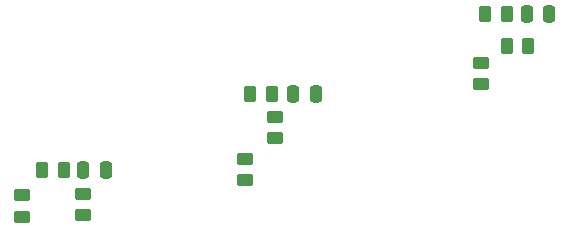
<source format=gbp>
G04 #@! TF.GenerationSoftware,KiCad,Pcbnew,(6.0.0)*
G04 #@! TF.CreationDate,2023-02-19T13:31:38-06:00*
G04 #@! TF.ProjectId,SIC431,53494334-3331-42e6-9b69-6361645f7063,rev?*
G04 #@! TF.SameCoordinates,Original*
G04 #@! TF.FileFunction,Paste,Bot*
G04 #@! TF.FilePolarity,Positive*
%FSLAX46Y46*%
G04 Gerber Fmt 4.6, Leading zero omitted, Abs format (unit mm)*
G04 Created by KiCad (PCBNEW (6.0.0)) date 2023-02-19 13:31:38*
%MOMM*%
%LPD*%
G01*
G04 APERTURE LIST*
G04 Aperture macros list*
%AMRoundRect*
0 Rectangle with rounded corners*
0 $1 Rounding radius*
0 $2 $3 $4 $5 $6 $7 $8 $9 X,Y pos of 4 corners*
0 Add a 4 corners polygon primitive as box body*
4,1,4,$2,$3,$4,$5,$6,$7,$8,$9,$2,$3,0*
0 Add four circle primitives for the rounded corners*
1,1,$1+$1,$2,$3*
1,1,$1+$1,$4,$5*
1,1,$1+$1,$6,$7*
1,1,$1+$1,$8,$9*
0 Add four rect primitives between the rounded corners*
20,1,$1+$1,$2,$3,$4,$5,0*
20,1,$1+$1,$4,$5,$6,$7,0*
20,1,$1+$1,$6,$7,$8,$9,0*
20,1,$1+$1,$8,$9,$2,$3,0*%
G04 Aperture macros list end*
%ADD10RoundRect,0.250000X0.450000X-0.262500X0.450000X0.262500X-0.450000X0.262500X-0.450000X-0.262500X0*%
%ADD11RoundRect,0.250000X-0.250000X-0.475000X0.250000X-0.475000X0.250000X0.475000X-0.250000X0.475000X0*%
%ADD12RoundRect,0.250000X0.262500X0.450000X-0.262500X0.450000X-0.262500X-0.450000X0.262500X-0.450000X0*%
%ADD13RoundRect,0.250000X-0.262500X-0.450000X0.262500X-0.450000X0.262500X0.450000X-0.262500X0.450000X0*%
%ADD14RoundRect,0.250000X-0.450000X0.262500X-0.450000X-0.262500X0.450000X-0.262500X0.450000X0.262500X0*%
G04 APERTURE END LIST*
D10*
X31565000Y-96892500D03*
X31565000Y-95067500D03*
D11*
X74310000Y-79740000D03*
X76210000Y-79740000D03*
D10*
X70410000Y-85712500D03*
X70410000Y-83887500D03*
D12*
X35107500Y-92970000D03*
X33282500Y-92970000D03*
D10*
X50450000Y-93840000D03*
X50450000Y-92015000D03*
D13*
X72607500Y-82450000D03*
X74432500Y-82450000D03*
D12*
X52750000Y-86547500D03*
X50925000Y-86547500D03*
D11*
X54537500Y-86547500D03*
X56437500Y-86547500D03*
D14*
X36775000Y-94947500D03*
X36775000Y-96772500D03*
X52997500Y-88435000D03*
X52997500Y-90260000D03*
D12*
X72602500Y-79740000D03*
X70777500Y-79740000D03*
D11*
X36775000Y-92970000D03*
X38675000Y-92970000D03*
M02*

</source>
